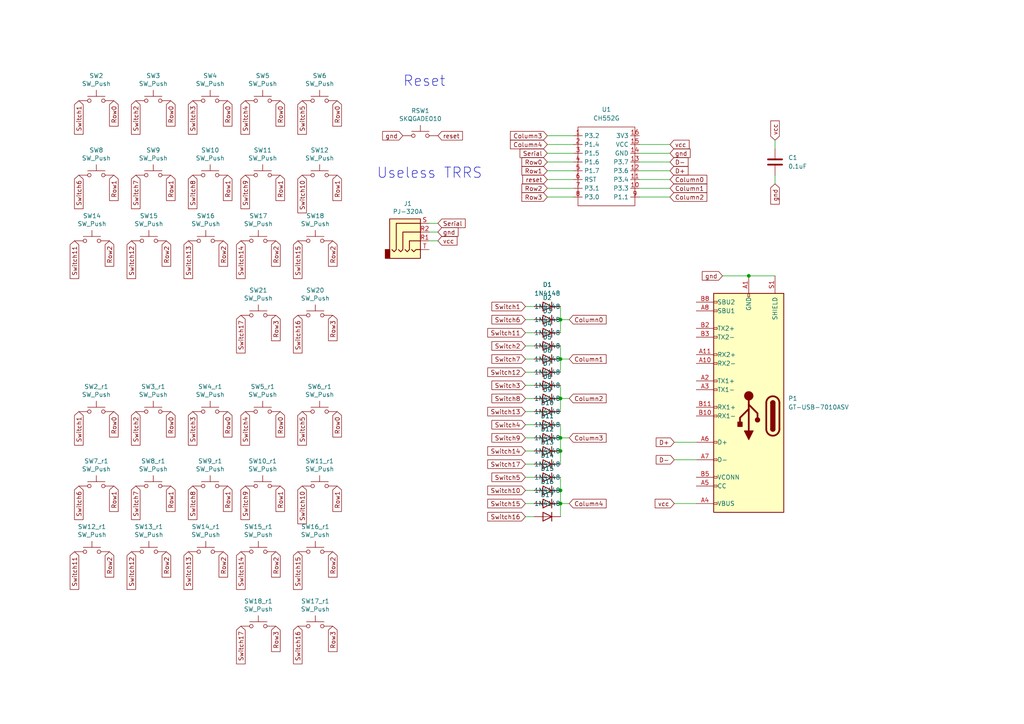
<source format=kicad_sch>
(kicad_sch (version 20211123) (generator eeschema)
  (paper "A4")
  (title_block (title "Sweep V2") (date "2021-03-10") (rev "0.1") (company "broomlabs"))
  (lib_symbols
    (symbol "CH552G:CH552G"
      (property "Reference" "U" (at 0 1.27 0))
      (property "Value" "CH552G" (at 0 -2.54 0))
      (symbol "CH552G_0_1"
        (rectangle (start -8.89 8.89) (end 7.62 -13.97))
      )
      (symbol "CH552G_1_1"
        (pin bidirectional line (at -10.16 6.35 0) (length 2.54) (name "P3.2") (number "1"))
        (pin bidirectional line (at 8.89 -8.89 180) (length 2.54) (name "P3.3") (number "10"))
        (pin bidirectional line (at 8.89 -6.35 180) (length 2.54) (name "P3.4") (number "11"))
        (pin bidirectional line (at 8.89 -3.81 180) (length 2.54) (name "P3.6") (number "12"))
        (pin bidirectional line (at 8.89 -1.27 180) (length 2.54) (name "P3.7") (number "13"))
        (pin bidirectional line (at 8.89 1.27 180) (length 2.54) (name "GND") (number "14"))
        (pin bidirectional line (at 8.89 3.81 180) (length 2.54) (name "VCC") (number "15"))
        (pin bidirectional line (at 8.89 6.35 180) (length 2.54) (name "3V3") (number "16"))
        (pin bidirectional line (at -10.16 3.81 0) (length 2.54) (name "P1.4") (number "2"))
        (pin bidirectional line (at -10.16 1.27 0) (length 2.54) (name "P1.5") (number "3"))
        (pin bidirectional line (at -10.16 -1.27 0) (length 2.54) (name "P1.6") (number "4"))
        (pin bidirectional line (at -10.16 -3.81 0) (length 2.54) (name "P1.7") (number "5"))
        (pin bidirectional line (at -10.16 -6.35 0) (length 2.54) (name "RST") (number "6"))
        (pin bidirectional line (at -10.16 -8.89 0) (length 2.54) (name "P3.1") (number "7"))
        (pin bidirectional line (at -10.16 -11.43 0) (length 2.54) (name "P3.0") (number "8"))
        (pin bidirectional line (at 8.89 -11.43 180) (length 2.54) (name "P1.1") (number "9"))
      )
    )
    (symbol "Connector:AudioJack4"
      (property "Reference" "J" (at 0 8.89 0))
      (property "Value" "AudioJack4" (at 0 6.35 0))
      (symbol "AudioJack4_0_1"
        (rectangle (start -6.35 -5.08) (end -7.62 -7.62) (stroke (width 0.254)) (fill (type outline)))
        (polyline (pts (xy 0 -5.08) (xy 0.635 -5.715) (xy 1.27 -5.08) (xy 2.54 -5.08)) (stroke (width 0.254)))
        (polyline (pts (xy -5.715 -5.08) (xy -5.08 -5.715) (xy -4.445 -5.08) (xy -4.445 2.54) (xy 2.54 2.54)) (stroke (width 0.254)))
        (polyline (pts (xy -1.905 -5.08) (xy -1.27 -5.715) (xy -0.635 -5.08) (xy -0.635 -2.54) (xy 2.54 -2.54)) (stroke (width 0.254)))
        (polyline (pts (xy 2.54 0) (xy -2.54 0) (xy -2.54 -5.08) (xy -3.175 -5.715) (xy -3.81 -5.08)) (stroke (width 0.254)))
        (rectangle (start 2.54 3.81) (end -6.35 -7.62) (stroke (width 0.254)) (fill (type background)))
      )
      (symbol "AudioJack4_1_1"
        (pin passive line (at 5.08 -2.54 180) (length 2.54) (name "~") (number "R1"))
        (pin passive line (at 5.08 0 180) (length 2.54) (name "~") (number "R2"))
        (pin passive line (at 5.08 2.54 180) (length 2.54) (name "~") (number "S"))
        (pin passive line (at 5.08 -5.08 180) (length 2.54) (name "~") (number "T"))
      )
    )
    (symbol "Connector:USB_C_Plug" (pin_names (offset 1.016))
      (property "Reference" "P" (at -10.16 29.21 0))
      (property "Value" "USB_C_Plug" (at 10.16 29.21 0))
      (symbol "USB_C_Plug_0_0"
        (rectangle (start -0.254 -35.56) (end 0.254 -34.544))
        (rectangle (start 10.16 -32.766) (end 9.144 -33.274))
        (rectangle (start 10.16 -30.226) (end 9.144 -30.734))
        (rectangle (start 10.16 -25.146) (end 9.144 -25.654))
        (rectangle (start 10.16 -22.606) (end 9.144 -23.114))
        (rectangle (start 10.16 -17.526) (end 9.144 -18.034))
        (rectangle (start 10.16 -14.986) (end 9.144 -15.494))
        (rectangle (start 10.16 -9.906) (end 9.144 -10.414))
        (rectangle (start 10.16 -7.366) (end 9.144 -7.874))
        (rectangle (start 10.16 -2.286) (end 9.144 -2.794))
        (rectangle (start 10.16 0.254) (end 9.144 -0.254))
        (rectangle (start 10.16 7.874) (end 9.144 7.366))
        (rectangle (start 10.16 12.954) (end 9.144 12.446))
        (rectangle (start 10.16 18.034) (end 9.144 17.526))
        (rectangle (start 10.16 20.574) (end 9.144 20.066))
        (rectangle (start 10.16 25.654) (end 9.144 25.146))
      )
      (symbol "USB_C_Plug_0_1"
        (rectangle (start -10.16 27.94) (end 10.16 -35.56) (stroke (width 0.254)) (fill (type background)))
        (arc (start -8.89 -3.81) (mid -6.985 -5.715) (end -5.08 -3.81) (stroke (width 0.508)))
        (arc (start -7.62 -3.81) (mid -6.985 -4.445) (end -6.35 -3.81) (stroke (width 0.254)))
        (arc (start -7.62 -3.81) (mid -6.985 -4.445) (end -6.35 -3.81) (stroke (width 0.254)) (fill (type outline)))
        (rectangle (start -7.62 -3.81) (end -6.35 3.81) (stroke (width 0.254)) (fill (type outline)))
        (arc (start -6.35 3.81) (mid -6.985 4.445) (end -7.62 3.81) (stroke (width 0.254)))
        (arc (start -6.35 3.81) (mid -6.985 4.445) (end -7.62 3.81) (stroke (width 0.254)) (fill (type outline)))
        (arc (start -5.08 3.81) (mid -6.985 5.715) (end -8.89 3.81) (stroke (width 0.508)))
        (polyline (pts (xy -8.89 -3.81) (xy -8.89 3.81)) (stroke (width 0.508)))
        (polyline (pts (xy -5.08 3.81) (xy -5.08 -3.81)) (stroke (width 0.508)))
      )
      (symbol "USB_C_Plug_1_1"
        (circle (center -2.54 1.143) (radius 0.635) (stroke (width 0.254)) (fill (type outline)))
        (circle (center 0 -5.842) (radius 1.27) (fill (type outline)))
        (polyline (pts (xy 0 -5.842) (xy 0 4.318)) (stroke (width 0.508)))
        (polyline (pts (xy 0 -3.302) (xy -2.54 -0.762) (xy -2.54 0.508)) (stroke (width 0.508)))
        (polyline (pts (xy 0 -2.032) (xy 2.54 0.508) (xy 2.54 1.778)) (stroke (width 0.508)))
        (polyline (pts (xy -1.27 4.318) (xy 0 6.858) (xy 1.27 4.318) (xy -1.27 4.318)) (stroke (width 0.254)) (fill (type outline)))
        (rectangle (start 1.905 1.778) (end 3.175 3.048) (stroke (width 0.254)) (fill (type outline)))
        (pin passive line (at 0 -40.64 90) (length 5.08) (name "GND") (number "A1"))
        (pin bidirectional line (at 15.24 -15.24 180) (length 5.08) (name "RX2-") (number "A10"))
        (pin bidirectional line (at 15.24 -17.78 180) (length 5.08) (name "RX2+") (number "A11"))
        (pin passive line (at 0 -40.64 90) (length 5.08) hide (name "GND") (number "A12"))
        (pin bidirectional line (at 15.24 -10.16 180) (length 5.08) (name "TX1+") (number "A2"))
        (pin bidirectional line (at 15.24 -7.62 180) (length 5.08) (name "TX1-") (number "A3"))
        (pin passive line (at 15.24 25.4 180) (length 5.08) (name "VBUS") (number "A4"))
        (pin bidirectional line (at 15.24 20.32 180) (length 5.08) (name "CC") (number "A5"))
        (pin bidirectional line (at 15.24 7.62 180) (length 5.08) (name "D+") (number "A6"))
        (pin bidirectional line (at 15.24 12.7 180) (length 5.08) (name "D-") (number "A7"))
        (pin bidirectional line (at 15.24 -30.48 180) (length 5.08) (name "SBU1") (number "A8"))
        (pin passive line (at 15.24 25.4 180) (length 5.08) hide (name "VBUS") (number "A9"))
        (pin passive line (at 0 -40.64 90) (length 5.08) hide (name "GND") (number "B1"))
        (pin bidirectional line (at 15.24 0 180) (length 5.08) (name "RX1-") (number "B10"))
        (pin bidirectional line (at 15.24 -2.54 180) (length 5.08) (name "RX1+") (number "B11"))
        (pin passive line (at 0 -40.64 90) (length 5.08) hide (name "GND") (number "B12"))
        (pin bidirectional line (at 15.24 -25.4 180) (length 5.08) (name "TX2+") (number "B2"))
        (pin bidirectional line (at 15.24 -22.86 180) (length 5.08) (name "TX2-") (number "B3"))
        (pin passive line (at 15.24 25.4 180) (length 5.08) hide (name "VBUS") (number "B4"))
        (pin bidirectional line (at 15.24 17.78 180) (length 5.08) (name "VCONN") (number "B5"))
        (pin bidirectional line (at 15.24 -33.02 180) (length 5.08) (name "SBU2") (number "B8"))
        (pin passive line (at 15.24 25.4 180) (length 5.08) hide (name "VBUS") (number "B9"))
        (pin passive line (at -7.62 -40.64 90) (length 5.08) (name "SHIELD") (number "S1"))
      )
    )
    (symbol "Device:C" (pin_numbers hide) (pin_names (offset 0.254))
      (property "Reference" "C" (at 0.635 2.54 0))
      (property "Value" "C" (at 0.635 -2.54 0))
      (symbol "C_0_1"
        (polyline (pts (xy -2.032 -0.762) (xy 2.032 -0.762)) (stroke (width 0.508)))
        (polyline (pts (xy -2.032 0.762) (xy 2.032 0.762)) (stroke (width 0.508)))
      )
      (symbol "C_1_1"
        (pin passive line (at 0 3.81 270) (length 2.794) (name "~") (number "1"))
        (pin passive line (at 0 -3.81 90) (length 2.794) (name "~") (number "2"))
      )
    )
    (symbol "Diode:1N4148" (pin_numbers hide) (pin_names hide)
      (property "Reference" "D" (at 0 2.54 0))
      (property "Value" "1N4148" (at 0 -2.54 0))
      (symbol "1N4148_0_1"
        (polyline (pts (xy -1.27 1.27) (xy -1.27 -1.27)) (stroke (width 0.254)))
        (polyline (pts (xy 1.27 0) (xy -1.27 0)))
        (polyline (pts (xy 1.27 1.27) (xy 1.27 -1.27) (xy -1.27 0) (xy 1.27 1.27)) (stroke (width 0.254)))
      )
      (symbol "1N4148_1_1"
        (pin passive line (at -3.81 0 0) (length 2.54) (name "K") (number "1"))
        (pin passive line (at 3.81 0 180) (length 2.54) (name "A") (number "2"))
      )
    )
    (symbol "Switch:SW_Push" (pin_numbers hide) (pin_names (offset 1.016) hide)
      (property "Reference" "SW" (at 1.27 2.54 0))
      (property "Value" "SW_Push" (at 0 -1.524 0))
      (symbol "SW_Push_0_1"
        (circle (center -2.032 0) (radius 0.508))
        (polyline (pts (xy 0 1.27) (xy 0 3.048)))
        (polyline (pts (xy 2.54 1.27) (xy -2.54 1.27)))
        (circle (center 2.032 0) (radius 0.508))
        (pin passive line (at -5.08 0 0) (length 2.54) (name "1") (number "1"))
        (pin passive line (at 5.08 0 180) (length 2.54) (name "2") (number "2"))
      )
    )
  )
  (junction (at 162.56 146.05))
  (junction (at 217.17 80.01))
  (junction (at 162.56 115.57))
  (junction (at 162.56 104.14))
  (junction (at 162.56 127))
  (junction (at 162.56 92.71))
  (junction (at 162.56 142.24))
  (junction (at 162.56 130.81))
  (wire (pts (xy 152.4 96.52) (xy 154.94 96.52)))
  (wire (pts (xy 152.4 123.19) (xy 154.94 123.19)))
  (wire (pts (xy 185.42 57.15) (xy 194.31 57.15)))
  (wire (pts (xy 162.56 138.43) (xy 162.56 142.24)))
  (wire (pts (xy 158.75 52.07) (xy 166.37 52.07)))
  (wire (pts (xy 152.4 104.14) (xy 154.94 104.14)))
  (wire (pts (xy 152.4 146.05) (xy 154.94 146.05)))
  (wire (pts (xy 152.4 127) (xy 154.94 127)))
  (wire (pts (xy 158.75 39.37) (xy 166.37 39.37)))
  (wire (pts (xy 185.42 41.91) (xy 194.31 41.91)))
  (wire (pts (xy 162.56 104.14) (xy 162.56 107.95)))
  (wire (pts (xy 124.46 67.31) (xy 127 67.31)))
  (wire (pts (xy 158.75 41.91) (xy 166.37 41.91)))
  (wire (pts (xy 162.56 100.33) (xy 162.56 104.14)))
  (wire (pts (xy 152.4 130.81) (xy 154.94 130.81)))
  (wire (pts (xy 152.4 88.9) (xy 154.94 88.9)))
  (wire (pts (xy 162.56 146.05) (xy 165.1 146.05)))
  (wire (pts (xy 162.56 115.57) (xy 162.56 119.38)))
  (wire (pts (xy 124.46 64.77) (xy 127 64.77)))
  (wire (pts (xy 124.46 69.85) (xy 127 69.85)))
  (wire (pts (xy 162.56 130.81) (xy 162.56 134.62)))
  (wire (pts (xy 224.79 40.64) (xy 224.79 43.18)))
  (wire (pts (xy 158.75 44.45) (xy 166.37 44.45)))
  (wire (pts (xy 152.4 119.38) (xy 154.94 119.38)))
  (wire (pts (xy 195.58 146.05) (xy 201.93 146.05)))
  (wire (pts (xy 162.56 111.76) (xy 162.56 115.57)))
  (wire (pts (xy 162.56 115.57) (xy 165.1 115.57)))
  (wire (pts (xy 185.42 54.61) (xy 194.31 54.61)))
  (wire (pts (xy 185.42 46.99) (xy 194.31 46.99)))
  (wire (pts (xy 152.4 111.76) (xy 154.94 111.76)))
  (wire (pts (xy 195.58 128.27) (xy 201.93 128.27)))
  (wire (pts (xy 162.56 104.14) (xy 165.1 104.14)))
  (wire (pts (xy 162.56 142.24) (xy 162.56 146.05)))
  (wire (pts (xy 158.75 57.15) (xy 166.37 57.15)))
  (wire (pts (xy 152.4 100.33) (xy 154.94 100.33)))
  (wire (pts (xy 158.75 49.53) (xy 166.37 49.53)))
  (wire (pts (xy 152.4 134.62) (xy 154.94 134.62)))
  (wire (pts (xy 152.4 92.71) (xy 154.94 92.71)))
  (wire (pts (xy 162.56 127) (xy 162.56 130.81)))
  (wire (pts (xy 209.55 80.01) (xy 217.17 80.01)))
  (wire (pts (xy 224.79 50.8) (xy 224.79 53.34)))
  (wire (pts (xy 185.42 44.45) (xy 194.31 44.45)))
  (wire (pts (xy 162.56 92.71) (xy 162.56 96.52)))
  (wire (pts (xy 162.56 92.71) (xy 165.1 92.71)))
  (wire (pts (xy 158.75 46.99) (xy 166.37 46.99)))
  (wire (pts (xy 152.4 115.57) (xy 154.94 115.57)))
  (wire (pts (xy 217.17 80.01) (xy 224.79 80.01)))
  (wire (pts (xy 162.56 88.9) (xy 162.56 92.71)))
  (wire (pts (xy 152.4 142.24) (xy 154.94 142.24)))
  (wire (pts (xy 195.58 133.35) (xy 201.93 133.35)))
  (wire (pts (xy 152.4 149.86) (xy 154.94 149.86)))
  (wire (pts (xy 162.56 146.05) (xy 162.56 149.86)))
  (wire (pts (xy 158.75 54.61) (xy 166.37 54.61)))
  (wire (pts (xy 152.4 138.43) (xy 154.94 138.43)))
  (wire (pts (xy 162.56 127) (xy 165.1 127)))
  (wire (pts (xy 185.42 52.07) (xy 194.31 52.07)))
  (wire (pts (xy 162.56 123.19) (xy 162.56 127)))
  (wire (pts (xy 152.4 107.95) (xy 154.94 107.95)))
  (wire (pts (xy 185.42 49.53) (xy 194.31 49.53)))
  (text "Reset" (at 116.84 25.4 0) (effects (font (size 2.9972 2.9972)) (justify left bottom)))
  (text "Useless TRRS\n" (at 109.22 52.07 0) (effects (font (size 2.9972 2.9972)) (justify left bottom)))
  (global_label "Switch8" (shape input) (at 152.4 115.57 180) (property "Intersheet References" "${INTERSHEET_REFS}" (effects hide)))
  (global_label "Switch17" (shape input) (at 69.85 91.44 270) (property "Intersheet References" "${INTERSHEET_REFS}" (effects hide)))
  (global_label "Row2" (shape input) (at 96.52 69.85 270) (property "Intersheet References" "${INTERSHEET_REFS}" (effects hide)))
  (global_label "Row1" (shape input) (at 97.79 140.97 270) (property "Intersheet References" "${INTERSHEET_REFS}" (effects hide)))
  (global_label "Switch3" (shape input) (at 55.88 29.21 270) (property "Intersheet References" "${INTERSHEET_REFS}" (effects hide)))
  (global_label "D+" (shape input) (at 195.58 128.27 180) (property "Intersheet References" "${INTERSHEET_REFS}" (effects hide)))
  (global_label "Column4" (shape input) (at 165.1 146.05 0) (property "Intersheet References" "${INTERSHEET_REFS}" (effects hide)))
  (global_label "Column1" (shape input) (at 194.31 54.61 0) (property "Intersheet References" "${INTERSHEET_REFS}" (effects hide)))
  (global_label "Switch7" (shape input) (at 39.37 50.8 270) (property "Intersheet References" "${INTERSHEET_REFS}" (effects hide)))
  (global_label "Switch5" (shape input) (at 87.63 119.38 270) (property "Intersheet References" "${INTERSHEET_REFS}" (effects hide)))
  (global_label "Row2" (shape input) (at 64.77 69.85 270) (property "Intersheet References" "${INTERSHEET_REFS}" (effects hide)))
  (global_label "Switch7" (shape input) (at 39.37 140.97 270) (property "Intersheet References" "${INTERSHEET_REFS}" (effects hide)))
  (global_label "Row2" (shape input) (at 80.01 160.02 270) (property "Intersheet References" "${INTERSHEET_REFS}" (effects hide)))
  (global_label "Row0" (shape input) (at 66.04 119.38 270) (property "Intersheet References" "${INTERSHEET_REFS}" (effects hide)))
  (global_label "Row2" (shape input) (at 48.26 69.85 270) (property "Intersheet References" "${INTERSHEET_REFS}" (effects hide)))
  (global_label "Switch13" (shape input) (at 54.61 160.02 270) (property "Intersheet References" "${INTERSHEET_REFS}" (effects hide)))
  (global_label "Switch15" (shape input) (at 152.4 146.05 180) (property "Intersheet References" "${INTERSHEET_REFS}" (effects hide)))
  (global_label "Switch17" (shape input) (at 152.4 134.62 180) (property "Intersheet References" "${INTERSHEET_REFS}" (effects hide)))
  (global_label "Switch17" (shape input) (at 69.85 181.61 270) (property "Intersheet References" "${INTERSHEET_REFS}" (effects hide)))
  (global_label "Switch4" (shape input) (at 71.12 29.21 270) (property "Intersheet References" "${INTERSHEET_REFS}" (effects hide)))
  (global_label "Switch14" (shape input) (at 69.85 160.02 270) (property "Intersheet References" "${INTERSHEET_REFS}" (effects hide)))
  (global_label "reset" (shape input) (at 127 39.37 0) (property "Intersheet References" "${INTERSHEET_REFS}" (effects hide)))
  (global_label "Switch15" (shape input) (at 86.36 69.85 270) (property "Intersheet References" "${INTERSHEET_REFS}" (effects hide)))
  (global_label "Row1" (shape input) (at 97.79 50.8 270) (property "Intersheet References" "${INTERSHEET_REFS}" (effects hide)))
  (global_label "Switch14" (shape input) (at 152.4 130.81 180) (property "Intersheet References" "${INTERSHEET_REFS}" (effects hide)))
  (global_label "Switch16" (shape input) (at 86.36 91.44 270) (property "Intersheet References" "${INTERSHEET_REFS}" (effects hide)))
  (global_label "Row1" (shape input) (at 158.75 49.53 180) (property "Intersheet References" "${INTERSHEET_REFS}" (effects hide)))
  (global_label "Row3" (shape input) (at 80.01 181.61 270) (property "Intersheet References" "${INTERSHEET_REFS}" (effects hide)))
  (global_label "Switch16" (shape input) (at 152.4 149.86 180) (property "Intersheet References" "${INTERSHEET_REFS}" (effects hide)))
  (global_label "Column4" (shape input) (at 158.75 41.91 180) (property "Intersheet References" "${INTERSHEET_REFS}" (effects hide)))
  (global_label "Row0" (shape input) (at 49.53 119.38 270) (property "Intersheet References" "${INTERSHEET_REFS}" (effects hide)))
  (global_label "Switch1" (shape input) (at 152.4 88.9 180) (property "Intersheet References" "${INTERSHEET_REFS}" (effects hide)))
  (global_label "Switch3" (shape input) (at 152.4 111.76 180) (property "Intersheet References" "${INTERSHEET_REFS}" (effects hide)))
  (global_label "Switch5" (shape input) (at 87.63 29.21 270) (property "Intersheet References" "${INTERSHEET_REFS}" (effects hide)))
  (global_label "Switch4" (shape input) (at 71.12 119.38 270) (property "Intersheet References" "${INTERSHEET_REFS}" (effects hide)))
  (global_label "Switch9" (shape input) (at 71.12 50.8 270) (property "Intersheet References" "${INTERSHEET_REFS}" (effects hide)))
  (global_label "Switch16" (shape input) (at 86.36 181.61 270) (property "Intersheet References" "${INTERSHEET_REFS}" (effects hide)))
  (global_label "Row2" (shape input) (at 80.01 69.85 270) (property "Intersheet References" "${INTERSHEET_REFS}" (effects hide)))
  (global_label "Row3" (shape input) (at 80.01 91.44 270) (property "Intersheet References" "${INTERSHEET_REFS}" (effects hide)))
  (global_label "Row0" (shape input) (at 81.28 29.21 270) (property "Intersheet References" "${INTERSHEET_REFS}" (effects hide)))
  (global_label "Switch11" (shape input) (at 21.59 69.85 270) (property "Intersheet References" "${INTERSHEET_REFS}" (effects hide)))
  (global_label "gnd" (shape input) (at 194.31 44.45 0) (property "Intersheet References" "${INTERSHEET_REFS}" (effects hide)))
  (global_label "D+" (shape input) (at 194.31 49.53 0) (property "Intersheet References" "${INTERSHEET_REFS}" (effects hide)))
  (global_label "Switch1" (shape input) (at 22.86 119.38 270) (property "Intersheet References" "${INTERSHEET_REFS}" (effects hide)))
  (global_label "Switch8" (shape input) (at 55.88 50.8 270) (property "Intersheet References" "${INTERSHEET_REFS}" (effects hide)))
  (global_label "Switch9" (shape input) (at 152.4 127 180) (property "Intersheet References" "${INTERSHEET_REFS}" (effects hide)))
  (global_label "Column0" (shape input) (at 194.31 52.07 0) (property "Intersheet References" "${INTERSHEET_REFS}" (effects hide)))
  (global_label "Row2" (shape input) (at 158.75 54.61 180) (property "Intersheet References" "${INTERSHEET_REFS}" (effects hide)))
  (global_label "Column2" (shape input) (at 194.31 57.15 0) (property "Intersheet References" "${INTERSHEET_REFS}" (effects hide)))
  (global_label "Switch8" (shape input) (at 55.88 140.97 270) (property "Intersheet References" "${INTERSHEET_REFS}" (effects hide)))
  (global_label "Serial" (shape input) (at 127 64.77 0) (property "Intersheet References" "${INTERSHEET_REFS}" (effects hide)))
  (global_label "Switch6" (shape input) (at 152.4 92.71 180) (property "Intersheet References" "${INTERSHEET_REFS}" (effects hide)))
  (global_label "Row1" (shape input) (at 33.02 140.97 270) (property "Intersheet References" "${INTERSHEET_REFS}" (effects hide)))
  (global_label "Row1" (shape input) (at 81.28 140.97 270) (property "Intersheet References" "${INTERSHEET_REFS}" (effects hide)))
  (global_label "Switch1" (shape input) (at 22.86 29.21 270) (property "Intersheet References" "${INTERSHEET_REFS}" (effects hide)))
  (global_label "vcc" (shape input) (at 194.31 41.91 0) (property "Intersheet References" "${INTERSHEET_REFS}" (effects hide)))
  (global_label "Switch13" (shape input) (at 152.4 119.38 180) (property "Intersheet References" "${INTERSHEET_REFS}" (effects hide)))
  (global_label "Column3" (shape input) (at 165.1 127 0) (property "Intersheet References" "${INTERSHEET_REFS}" (effects hide)))
  (global_label "Row1" (shape input) (at 49.53 50.8 270) (property "Intersheet References" "${INTERSHEET_REFS}" (effects hide)))
  (global_label "Row1" (shape input) (at 33.02 50.8 270) (property "Intersheet References" "${INTERSHEET_REFS}" (effects hide)))
  (global_label "reset" (shape input) (at 158.75 52.07 180) (property "Intersheet References" "${INTERSHEET_REFS}" (effects hide)))
  (global_label "Switch7" (shape input) (at 152.4 104.14 180) (property "Intersheet References" "${INTERSHEET_REFS}" (effects hide)))
  (global_label "Switch12" (shape input) (at 38.1 160.02 270) (property "Intersheet References" "${INTERSHEET_REFS}" (effects hide)))
  (global_label "Column3" (shape input) (at 158.75 39.37 180) (property "Intersheet References" "${INTERSHEET_REFS}" (effects hide)))
  (global_label "Switch2" (shape input) (at 39.37 119.38 270) (property "Intersheet References" "${INTERSHEET_REFS}" (effects hide)))
  (global_label "Switch11" (shape input) (at 152.4 96.52 180) (property "Intersheet References" "${INTERSHEET_REFS}" (effects hide)))
  (global_label "Row1" (shape input) (at 66.04 140.97 270) (property "Intersheet References" "${INTERSHEET_REFS}" (effects hide)))
  (global_label "D-" (shape input) (at 194.31 46.99 0) (property "Intersheet References" "${INTERSHEET_REFS}" (effects hide)))
  (global_label "Switch2" (shape input) (at 39.37 29.21 270) (property "Intersheet References" "${INTERSHEET_REFS}" (effects hide)))
  (global_label "gnd" (shape input) (at 209.55 80.01 180) (property "Intersheet References" "${INTERSHEET_REFS}" (effects hide)))
  (global_label "Switch11" (shape input) (at 21.59 160.02 270) (property "Intersheet References" "${INTERSHEET_REFS}" (effects hide)))
  (global_label "Row0" (shape input) (at 97.79 29.21 270) (property "Intersheet References" "${INTERSHEET_REFS}" (effects hide)))
  (global_label "Row1" (shape input) (at 81.28 50.8 270) (property "Intersheet References" "${INTERSHEET_REFS}" (effects hide)))
  (global_label "Column1" (shape input) (at 165.1 104.14 0) (property "Intersheet References" "${INTERSHEET_REFS}" (effects hide)))
  (global_label "gnd" (shape input) (at 116.84 39.37 180) (property "Intersheet References" "${INTERSHEET_REFS}" (effects hide)))
  (global_label "Row2" (shape input) (at 96.52 160.02 270) (property "Intersheet References" "${INTERSHEET_REFS}" (effects hide)))
  (global_label "Switch9" (shape input) (at 71.12 140.97 270) (property "Intersheet References" "${INTERSHEET_REFS}" (effects hide)))
  (global_label "gnd" (shape input) (at 224.79 53.34 270) (property "Intersheet References" "${INTERSHEET_REFS}" (effects hide)))
  (global_label "Row3" (shape input) (at 96.52 181.61 270) (property "Intersheet References" "${INTERSHEET_REFS}" (effects hide)))
  (global_label "Switch12" (shape input) (at 152.4 107.95 180) (property "Intersheet References" "${INTERSHEET_REFS}" (effects hide)))
  (global_label "Row2" (shape input) (at 31.75 160.02 270) (property "Intersheet References" "${INTERSHEET_REFS}" (effects hide)))
  (global_label "Row2" (shape input) (at 48.26 160.02 270) (property "Intersheet References" "${INTERSHEET_REFS}" (effects hide)))
  (global_label "Row3" (shape input) (at 96.52 91.44 270) (property "Intersheet References" "${INTERSHEET_REFS}" (effects hide)))
  (global_label "Switch10" (shape input) (at 152.4 142.24 180) (property "Intersheet References" "${INTERSHEET_REFS}" (effects hide)))
  (global_label "Switch2" (shape input) (at 152.4 100.33 180) (property "Intersheet References" "${INTERSHEET_REFS}" (effects hide)))
  (global_label "Switch15" (shape input) (at 86.36 160.02 270) (property "Intersheet References" "${INTERSHEET_REFS}" (effects hide)))
  (global_label "Column2" (shape input) (at 165.1 115.57 0) (property "Intersheet References" "${INTERSHEET_REFS}" (effects hide)))
  (global_label "Row0" (shape input) (at 81.28 119.38 270) (property "Intersheet References" "${INTERSHEET_REFS}" (effects hide)))
  (global_label "Row2" (shape input) (at 64.77 160.02 270) (property "Intersheet References" "${INTERSHEET_REFS}" (effects hide)))
  (global_label "Serial" (shape input) (at 158.75 44.45 180) (property "Intersheet References" "${INTERSHEET_REFS}" (effects hide)))
  (global_label "Switch10" (shape input) (at 87.63 50.8 270) (property "Intersheet References" "${INTERSHEET_REFS}" (effects hide)))
  (global_label "Switch5" (shape input) (at 152.4 138.43 180) (property "Intersheet References" "${INTERSHEET_REFS}" (effects hide)))
  (global_label "vcc" (shape input) (at 127 69.85 0) (property "Intersheet References" "${INTERSHEET_REFS}" (effects hide)))
  (global_label "Column0" (shape input) (at 165.1 92.71 0) (property "Intersheet References" "${INTERSHEET_REFS}" (effects hide)))
  (global_label "D-" (shape input) (at 195.58 133.35 180) (property "Intersheet References" "${INTERSHEET_REFS}" (effects hide)))
  (global_label "Switch14" (shape input) (at 69.85 69.85 270) (property "Intersheet References" "${INTERSHEET_REFS}" (effects hide)))
  (global_label "Row3" (shape input) (at 158.75 57.15 180) (property "Intersheet References" "${INTERSHEET_REFS}" (effects hide)))
  (global_label "Switch6" (shape input) (at 22.86 50.8 270) (property "Intersheet References" "${INTERSHEET_REFS}" (effects hide)))
  (global_label "Row1" (shape input) (at 49.53 140.97 270) (property "Intersheet References" "${INTERSHEET_REFS}" (effects hide)))
  (global_label "Row0" (shape input) (at 158.75 46.99 180) (property "Intersheet References" "${INTERSHEET_REFS}" (effects hide)))
  (global_label "Switch10" (shape input) (at 87.63 140.97 270) (property "Intersheet References" "${INTERSHEET_REFS}" (effects hide)))
  (global_label "Row1" (shape input) (at 66.04 50.8 270) (property "Intersheet References" "${INTERSHEET_REFS}" (effects hide)))
  (global_label "Switch12" (shape input) (at 38.1 69.85 270) (property "Intersheet References" "${INTERSHEET_REFS}" (effects hide)))
  (global_label "Row0" (shape input) (at 49.53 29.21 270) (property "Intersheet References" "${INTERSHEET_REFS}" (effects hide)))
  (global_label "Row0" (shape input) (at 33.02 119.38 270) (property "Intersheet References" "${INTERSHEET_REFS}" (effects hide)))
  (global_label "Row0" (shape input) (at 97.79 119.38 270) (property "Intersheet References" "${INTERSHEET_REFS}" (effects hide)))
  (global_label "Row2" (shape input) (at 31.75 69.85 270) (property "Intersheet References" "${INTERSHEET_REFS}" (effects hide)))
  (global_label "vcc" (shape input) (at 224.79 40.64 90) (property "Intersheet References" "${INTERSHEET_REFS}" (effects hide)))
  (global_label "Row0" (shape input) (at 33.02 29.21 270) (property "Intersheet References" "${INTERSHEET_REFS}" (effects hide)))
  (global_label "Switch4" (shape input) (at 152.4 123.19 180) (property "Intersheet References" "${INTERSHEET_REFS}" (effects hide)))
  (global_label "Row0" (shape input) (at 66.04 29.21 270) (property "Intersheet References" "${INTERSHEET_REFS}" (effects hide)))
  (global_label "Switch6" (shape input) (at 22.86 140.97 270) (property "Intersheet References" "${INTERSHEET_REFS}" (effects hide)))
  (global_label "Switch13" (shape input) (at 54.61 69.85 270) (property "Intersheet References" "${INTERSHEET_REFS}" (effects hide)))
  (global_label "gnd" (shape input) (at 127 67.31 0) (property "Intersheet References" "${INTERSHEET_REFS}" (effects hide)))
  (global_label "Switch3" (shape input) (at 55.88 119.38 270) (property "Intersheet References" "${INTERSHEET_REFS}" (effects hide)))
  (global_label "vcc" (shape input) (at 195.58 146.05 180) (property "Intersheet References" "${INTERSHEET_REFS}" (effects hide)))
  (symbol (lib_id "Switch:SW_Push") (at 27.94 29.21 0) (unit 1)
    (property "Reference" "SW2" (at 27.94 21.971 0))
    (property "Value" "SW_Push" (at 27.94 24.2824 0))
    (property "Footprint" "Button_Switch_Keyboard:SW_Cherry_MX_1.00u_PCB" (effects hide))
  )
  (symbol (lib_id "Switch:SW_Push") (at 44.45 29.21 0) (unit 1)
    (property "Reference" "SW3" (at 44.45 21.971 0))
    (property "Value" "SW_Push" (at 44.45 24.2824 0))
    (property "Footprint" "Button_Switch_Keyboard:SW_Cherry_MX_1.00u_PCB" (effects hide))
  )
  (symbol (lib_id "Switch:SW_Push") (at 60.96 29.21 0) (unit 1)
    (property "Reference" "SW4" (at 60.96 21.971 0))
    (property "Value" "SW_Push" (at 60.96 24.2824 0))
    (property "Footprint" "Button_Switch_Keyboard:SW_Cherry_MX_1.00u_PCB" (effects hide))
  )
  (symbol (lib_id "Switch:SW_Push") (at 76.2 29.21 0) (unit 1)
    (property "Reference" "SW5" (at 76.2 21.971 0))
    (property "Value" "SW_Push" (at 76.2 24.2824 0))
    (property "Footprint" "Button_Switch_Keyboard:SW_Cherry_MX_1.00u_PCB" (effects hide))
  )
  (symbol (lib_id "Switch:SW_Push") (at 92.71 29.21 0) (unit 1)
    (property "Reference" "SW6" (at 92.71 21.971 0))
    (property "Value" "SW_Push" (at 92.71 24.2824 0))
    (property "Footprint" "Button_Switch_Keyboard:SW_Cherry_MX_1.00u_PCB" (effects hide))
  )
  (symbol (lib_id "Switch:SW_Push") (at 91.44 91.44 0) (unit 1)
    (property "Reference" "SW20" (at 91.44 84.201 0))
    (property "Value" "SW_Push" (at 91.44 86.5124 0))
    (property "Footprint" "Button_Switch_Keyboard:SW_Cherry_MX_1.00u_PCB" (effects hide))
  )
  (symbol (lib_id "Switch:SW_Push") (at 74.93 91.44 0) (unit 1)
    (property "Reference" "SW21" (at 74.93 84.201 0))
    (property "Value" "SW_Push" (at 74.93 86.5124 0))
    (property "Footprint" "Button_Switch_Keyboard:SW_Cherry_MX_1.00u_PCB" (effects hide))
  )
  (symbol (lib_id "Switch:SW_Push") (at 27.94 50.8 0) (unit 1)
    (property "Reference" "SW8" (at 27.94 43.561 0))
    (property "Value" "SW_Push" (at 27.94 45.8724 0))
    (property "Footprint" "Button_Switch_Keyboard:SW_Cherry_MX_1.00u_PCB" (effects hide))
  )
  (symbol (lib_id "Switch:SW_Push") (at 44.45 50.8 0) (unit 1)
    (property "Reference" "SW9" (at 44.45 43.561 0))
    (property "Value" "SW_Push" (at 44.45 45.8724 0))
    (property "Footprint" "Button_Switch_Keyboard:SW_Cherry_MX_1.00u_PCB" (effects hide))
  )
  (symbol (lib_id "Switch:SW_Push") (at 60.96 50.8 0) (unit 1)
    (property "Reference" "SW10" (at 60.96 43.561 0))
    (property "Value" "SW_Push" (at 60.96 45.8724 0))
    (property "Footprint" "Button_Switch_Keyboard:SW_Cherry_MX_1.00u_PCB" (effects hide))
  )
  (symbol (lib_id "Switch:SW_Push") (at 76.2 50.8 0) (unit 1)
    (property "Reference" "SW11" (at 76.2 43.561 0))
    (property "Value" "SW_Push" (at 76.2 45.8724 0))
    (property "Footprint" "Button_Switch_Keyboard:SW_Cherry_MX_1.00u_PCB" (effects hide))
  )
  (symbol (lib_id "Switch:SW_Push") (at 92.71 50.8 0) (unit 1)
    (property "Reference" "SW12" (at 92.71 43.561 0))
    (property "Value" "SW_Push" (at 92.71 45.8724 0))
    (property "Footprint" "Button_Switch_Keyboard:SW_Cherry_MX_1.00u_PCB" (effects hide))
  )
  (symbol (lib_id "Switch:SW_Push") (at 26.67 69.85 0) (unit 1)
    (property "Reference" "SW14" (at 26.67 62.611 0))
    (property "Value" "SW_Push" (at 26.67 64.9224 0))
    (property "Footprint" "Button_Switch_Keyboard:SW_Cherry_MX_1.00u_PCB" (effects hide))
  )
  (symbol (lib_id "Switch:SW_Push") (at 43.18 69.85 0) (unit 1)
    (property "Reference" "SW15" (at 43.18 62.611 0))
    (property "Value" "SW_Push" (at 43.18 64.9224 0))
    (property "Footprint" "Button_Switch_Keyboard:SW_Cherry_MX_1.00u_PCB" (effects hide))
  )
  (symbol (lib_id "Switch:SW_Push") (at 59.69 69.85 0) (unit 1)
    (property "Reference" "SW16" (at 59.69 62.611 0))
    (property "Value" "SW_Push" (at 59.69 64.9224 0))
    (property "Footprint" "Button_Switch_Keyboard:SW_Cherry_MX_1.00u_PCB" (effects hide))
  )
  (symbol (lib_id "Switch:SW_Push") (at 74.93 69.85 0) (unit 1)
    (property "Reference" "SW17" (at 74.93 62.611 0))
    (property "Value" "SW_Push" (at 74.93 64.9224 0))
    (property "Footprint" "Button_Switch_Keyboard:SW_Cherry_MX_1.00u_PCB" (effects hide))
  )
  (symbol (lib_id "Switch:SW_Push") (at 91.44 69.85 0) (unit 1)
    (property "Reference" "SW18" (at 91.44 62.611 0))
    (property "Value" "SW_Push" (at 91.44 64.9224 0))
    (property "Footprint" "Button_Switch_Keyboard:SW_Cherry_MX_1.00u_PCB" (effects hide))
  )
  (symbol (lib_id "Switch:SW_Push") (at 121.92 39.37 0) (unit 1)
    (property "Reference" "RSW1" (at 121.92 32.131 0))
    (property "Value" "SKQGADE010" (at 121.92 34.4424 0))
    (property "Footprint" "Button_Switch_SMD:SW_SPST_SKQG_WithoutStem" (effects hide))
  )
  (symbol (lib_id "Connector:AudioJack4") (at 119.38 67.31 0) (unit 1)
    (property "Reference" "J1" (at 118.2878 59.055 0))
    (property "Value" "PJ-320A" (at 118.2878 61.3664 0))
    (property "Footprint" "Connector_Audio:Jack_3.5mm_PJ320D_Horizontal" (effects hide))
  )
  (symbol (lib_id "Switch:SW_Push") (at 27.94 119.38 0) (unit 1)
    (property "Reference" "SW2_r1" (at 27.94 112.141 0))
    (property "Value" "SW_Push" (at 27.94 114.4524 0))
    (property "Footprint" "Button_Switch_Keyboard:SW_Cherry_MX_1.00u_PCB" (effects hide))
  )
  (symbol (lib_id "Switch:SW_Push") (at 44.45 119.38 0) (unit 1)
    (property "Reference" "SW3_r1" (at 44.45 112.141 0))
    (property "Value" "SW_Push" (at 44.45 114.4524 0))
    (property "Footprint" "Button_Switch_Keyboard:SW_Cherry_MX_1.00u_PCB" (effects hide))
  )
  (symbol (lib_id "Switch:SW_Push") (at 60.96 119.38 0) (unit 1)
    (property "Reference" "SW4_r1" (at 60.96 112.141 0))
    (property "Value" "SW_Push" (at 60.96 114.4524 0))
    (property "Footprint" "Button_Switch_Keyboard:SW_Cherry_MX_1.00u_PCB" (effects hide))
  )
  (symbol (lib_id "Switch:SW_Push") (at 76.2 119.38 0) (unit 1)
    (property "Reference" "SW5_r1" (at 76.2 112.141 0))
    (property "Value" "SW_Push" (at 76.2 114.4524 0))
    (property "Footprint" "Button_Switch_Keyboard:SW_Cherry_MX_1.00u_PCB" (effects hide))
  )
  (symbol (lib_id "Switch:SW_Push") (at 92.71 119.38 0) (unit 1)
    (property "Reference" "SW6_r1" (at 92.71 112.141 0))
    (property "Value" "SW_Push" (at 92.71 114.4524 0))
    (property "Footprint" "Button_Switch_Keyboard:SW_Cherry_MX_1.00u_PCB" (effects hide))
  )
  (symbol (lib_id "Switch:SW_Push") (at 91.44 181.61 0) (unit 1)
    (property "Reference" "SW17_r1" (at 91.44 174.371 0))
    (property "Value" "SW_Push" (at 91.44 176.6824 0))
    (property "Footprint" "Button_Switch_Keyboard:SW_Cherry_MX_1.00u_PCB" (effects hide))
  )
  (symbol (lib_id "Switch:SW_Push") (at 74.93 181.61 0) (unit 1)
    (property "Reference" "SW18_r1" (at 74.93 174.371 0))
    (property "Value" "SW_Push" (at 74.93 176.6824 0))
    (property "Footprint" "Button_Switch_Keyboard:SW_Cherry_MX_1.00u_PCB" (effects hide))
  )
  (symbol (lib_id "Switch:SW_Push") (at 27.94 140.97 0) (unit 1)
    (property "Reference" "SW7_r1" (at 27.94 133.731 0))
    (property "Value" "SW_Push" (at 27.94 136.0424 0))
    (property "Footprint" "Button_Switch_Keyboard:SW_Cherry_MX_1.00u_PCB" (effects hide))
  )
  (symbol (lib_id "Switch:SW_Push") (at 44.45 140.97 0) (unit 1)
    (property "Reference" "SW8_r1" (at 44.45 133.731 0))
    (property "Value" "SW_Push" (at 44.45 136.0424 0))
    (property "Footprint" "Button_Switch_Keyboard:SW_Cherry_MX_1.00u_PCB" (effects hide))
  )
  (symbol (lib_id "Switch:SW_Push") (at 60.96 140.97 0) (unit 1)
    (property "Reference" "SW9_r1" (at 60.96 133.731 0))
    (property "Value" "SW_Push" (at 60.96 136.0424 0))
    (property "Footprint" "Button_Switch_Keyboard:SW_Cherry_MX_1.00u_PCB" (effects hide))
  )
  (symbol (lib_id "Switch:SW_Push") (at 76.2 140.97 0) (unit 1)
    (property "Reference" "SW10_r1" (at 76.2 133.731 0))
    (property "Value" "SW_Push" (at 76.2 136.0424 0))
    (property "Footprint" "Button_Switch_Keyboard:SW_Cherry_MX_1.00u_PCB" (effects hide))
  )
  (symbol (lib_id "Switch:SW_Push") (at 92.71 140.97 0) (unit 1)
    (property "Reference" "SW11_r1" (at 92.71 133.731 0))
    (property "Value" "SW_Push" (at 92.71 136.0424 0))
    (property "Footprint" "Button_Switch_Keyboard:SW_Cherry_MX_1.00u_PCB" (effects hide))
  )
  (symbol (lib_id "Switch:SW_Push") (at 26.67 160.02 0) (unit 1)
    (property "Reference" "SW12_r1" (at 26.67 152.781 0))
    (property "Value" "SW_Push" (at 26.67 155.0924 0))
    (property "Footprint" "Button_Switch_Keyboard:SW_Cherry_MX_1.00u_PCB" (effects hide))
  )
  (symbol (lib_id "Switch:SW_Push") (at 43.18 160.02 0) (unit 1)
    (property "Reference" "SW13_r1" (at 43.18 152.781 0))
    (property "Value" "SW_Push" (at 43.18 155.0924 0))
    (property "Footprint" "Button_Switch_Keyboard:SW_Cherry_MX_1.00u_PCB" (effects hide))
  )
  (symbol (lib_id "Switch:SW_Push") (at 59.69 160.02 0) (unit 1)
    (property "Reference" "SW14_r1" (at 59.69 152.781 0))
    (property "Value" "SW_Push" (at 59.69 155.0924 0))
    (property "Footprint" "Button_Switch_Keyboard:SW_Cherry_MX_1.00u_PCB" (effects hide))
  )
  (symbol (lib_id "Switch:SW_Push") (at 74.93 160.02 0) (unit 1)
    (property "Reference" "SW15_r1" (at 74.93 152.781 0))
    (property "Value" "SW_Push" (at 74.93 155.0924 0))
    (property "Footprint" "Button_Switch_Keyboard:SW_Cherry_MX_1.00u_PCB" (effects hide))
  )
  (symbol (lib_id "Switch:SW_Push") (at 91.44 160.02 0) (unit 1)
    (property "Reference" "SW16_r1" (at 91.44 152.781 0))
    (property "Value" "SW_Push" (at 91.44 155.0924 0))
    (property "Footprint" "Button_Switch_Keyboard:SW_Cherry_MX_1.00u_PCB" (effects hide))
  )
  (symbol (lib_id "Diode:1N4148") (at 158.75 100.33 180) (unit 1)
    (property "Reference" "D4" (at 158.75 93.98 0))
    (property "Value" "1N4148" (at 158.75 96.52 0))
    (property "Footprint" "Diode_SMD:D_SOD-123" (effects hide))
    (property "Datasheet" "https://assets.nexperia.com/documents/data-sheet/1N4148_1N4448.pdf" (effects hide))
  )
  (symbol (lib_id "Diode:1N4148") (at 158.75 107.95 180) (unit 1)
    (property "Reference" "D6" (at 158.75 101.6 0))
    (property "Value" "1N4148" (at 158.75 104.14 0))
    (property "Footprint" "Diode_SMD:D_SOD-123" (effects hide))
    (property "Datasheet" "https://assets.nexperia.com/documents/data-sheet/1N4148_1N4448.pdf" (effects hide))
  )
  (symbol (lib_id "Diode:1N4148") (at 158.75 127 180) (unit 1)
    (property "Reference" "D11" (at 158.75 120.65 0))
    (property "Value" "1N4148" (at 158.75 123.19 0))
    (property "Footprint" "Diode_SMD:D_SOD-123" (effects hide))
    (property "Datasheet" "https://assets.nexperia.com/documents/data-sheet/1N4148_1N4448.pdf" (effects hide))
  )
  (symbol (lib_id "Diode:1N4148") (at 158.75 92.71 180) (unit 1)
    (property "Reference" "D2" (at 158.75 86.36 0))
    (property "Value" "1N4148" (at 158.75 88.9 0))
    (property "Footprint" "Diode_SMD:D_SOD-123" (effects hide))
    (property "Datasheet" "https://assets.nexperia.com/documents/data-sheet/1N4148_1N4448.pdf" (effects hide))
  )
  (symbol (lib_id "Diode:1N4148") (at 158.75 149.86 180) (unit 1)
    (property "Reference" "D17" (at 158.75 143.51 0))
    (property "Value" "1N4148" (at 158.75 146.05 0))
    (property "Footprint" "Diode_SMD:D_SOD-123" (effects hide))
    (property "Datasheet" "https://assets.nexperia.com/documents/data-sheet/1N4148_1N4448.pdf" (effects hide))
  )
  (symbol (lib_id "CH552G:CH552G") (at 176.53 45.72 0) (unit 1)
    (property "Reference" "U1" (at 175.895 31.75 0))
    (property "Value" "CH552G" (at 175.895 34.29 0))
    (property "Footprint" "CH552G:CH552G" (effects hide))
    (property "Datasheet" "https://github.com/WeActStudio/WeActStudio.CH552CoreBoard/blob/master/Datasheet/CH552DS1_en.PDF" (effects hide))
  )
  (symbol (lib_id "Device:C") (at 224.79 46.99 0) (unit 1)
    (property "Reference" "C1" (at 228.6 45.7199 0) (effects (justify left)))
    (property "Value" "0.1uF" (at 228.6 48.2599 0) (effects (justify left)))
    (property "Footprint" "Capacitor_SMD:C_0805_2012Metric_Pad1.18x1.45mm_HandSolder" (effects hide))
  )
  (symbol (lib_id "Diode:1N4148") (at 158.75 134.62 180) (unit 1)
    (property "Reference" "D13" (at 158.75 128.27 0))
    (property "Value" "1N4148" (at 158.75 130.81 0))
    (property "Footprint" "Diode_SMD:D_SOD-123" (effects hide))
    (property "Datasheet" "https://assets.nexperia.com/documents/data-sheet/1N4148_1N4448.pdf" (effects hide))
  )
  (symbol (lib_id "Diode:1N4148") (at 158.75 142.24 180) (unit 1)
    (property "Reference" "D15" (at 158.75 135.89 0))
    (property "Value" "1N4148" (at 158.75 138.43 0))
    (property "Footprint" "Diode_SMD:D_SOD-123" (effects hide))
    (property "Datasheet" "https://assets.nexperia.com/documents/data-sheet/1N4148_1N4448.pdf" (effects hide))
  )
  (symbol (lib_id "Diode:1N4148") (at 158.75 130.81 180) (unit 1)
    (property "Reference" "D12" (at 158.75 124.46 0))
    (property "Value" "1N4148" (at 158.75 127 0))
    (property "Footprint" "Diode_SMD:D_SOD-123" (effects hide))
    (property "Datasheet" "https://assets.nexperia.com/documents/data-sheet/1N4148_1N4448.pdf" (effects hide))
  )
  (symbol (lib_id "Diode:1N4148") (at 158.75 115.57 180) (unit 1)
    (property "Reference" "D8" (at 158.75 109.22 0))
    (property "Value" "1N4148" (at 158.75 111.76 0))
    (property "Footprint" "Diode_SMD:D_SOD-123" (effects hide))
    (property "Datasheet" "https://assets.nexperia.com/documents/data-sheet/1N4148_1N4448.pdf" (effects hide))
  )
  (symbol (lib_id "Diode:1N4148") (at 158.75 146.05 180) (unit 1)
    (property "Reference" "D16" (at 158.75 139.7 0))
    (property "Value" "1N4148" (at 158.75 142.24 0))
    (property "Footprint" "Diode_SMD:D_SOD-123" (effects hide))
    (property "Datasheet" "https://assets.nexperia.com/documents/data-sheet/1N4148_1N4448.pdf" (effects hide))
  )
  (symbol (lib_id "Diode:1N4148") (at 158.75 104.14 180) (unit 1)
    (property "Reference" "D5" (at 158.75 97.79 0))
    (property "Value" "1N4148" (at 158.75 100.33 0))
    (property "Footprint" "Diode_SMD:D_SOD-123" (effects hide))
    (property "Datasheet" "https://assets.nexperia.com/documents/data-sheet/1N4148_1N4448.pdf" (effects hide))
  )
  (symbol (lib_id "Diode:1N4148") (at 158.75 96.52 180) (unit 1)
    (property "Reference" "D3" (at 158.75 90.17 0))
    (property "Value" "1N4148" (at 158.75 92.71 0))
    (property "Footprint" "Diode_SMD:D_SOD-123" (effects hide))
    (property "Datasheet" "https://assets.nexperia.com/documents/data-sheet/1N4148_1N4448.pdf" (effects hide))
  )
  (symbol (lib_id "Connector:USB_C_Plug") (at 217.17 120.65 180) (unit 1)
    (property "Reference" "P1" (at 228.6 115.5699 0) (effects (justify right)))
    (property "Value" "GT-USB-7010ASV" (at 228.6 118.1099 0) (effects (justify right)))
    (property "Footprint" "Connector_USB:USB_C_Receptacle_G-Switch_GT-USB-7010ASV" (effects hide))
    (property "Datasheet" "https://www.usb.org/sites/default/files/documents/usb_type-c.zip" (effects hide))
  )
  (symbol (lib_id "Diode:1N4148") (at 158.75 88.9 180) (unit 1)
    (property "Reference" "D1" (at 158.75 82.55 0))
    (property "Value" "1N4148" (at 158.75 85.09 0))
    (property "Footprint" "Diode_SMD:D_SOD-123" (effects hide))
    (property "Datasheet" "https://assets.nexperia.com/documents/data-sheet/1N4148_1N4448.pdf" (effects hide))
  )
  (symbol (lib_id "Diode:1N4148") (at 158.75 119.38 180) (unit 1)
    (property "Reference" "D9" (at 158.75 113.03 0))
    (property "Value" "1N4148" (at 158.75 115.57 0))
    (property "Footprint" "Diode_SMD:D_SOD-123" (effects hide))
    (property "Datasheet" "https://assets.nexperia.com/documents/data-sheet/1N4148_1N4448.pdf" (effects hide))
  )
  (symbol (lib_id "Diode:1N4148") (at 158.75 138.43 180) (unit 1)
    (property "Reference" "D14" (at 158.75 132.08 0))
    (property "Value" "1N4148" (at 158.75 134.62 0))
    (property "Footprint" "Diode_SMD:D_SOD-123" (effects hide))
    (property "Datasheet" "https://assets.nexperia.com/documents/data-sheet/1N4148_1N4448.pdf" (effects hide))
  )
  (symbol (lib_id "Diode:1N4148") (at 158.75 123.19 180) (unit 1)
    (property "Reference" "D10" (at 158.75 116.84 0))
    (property "Value" "1N4148" (at 158.75 119.38 0))
    (property "Footprint" "Diode_SMD:D_SOD-123" (effects hide))
    (property "Datasheet" "https://assets.nexperia.com/documents/data-sheet/1N4148_1N4448.pdf" (effects hide))
  )
  (symbol (lib_id "Diode:1N4148") (at 158.75 111.76 180) (unit 1)
    (property "Reference" "D7" (at 158.75 105.41 0))
    (property "Value" "1N4148" (at 158.75 107.95 0))
    (property "Footprint" "Diode_SMD:D_SOD-123" (effects hide))
    (property "Datasheet" "https://assets.nexperia.com/documents/data-sheet/1N4148_1N4448.pdf" (effects hide))
  )
)
</source>
